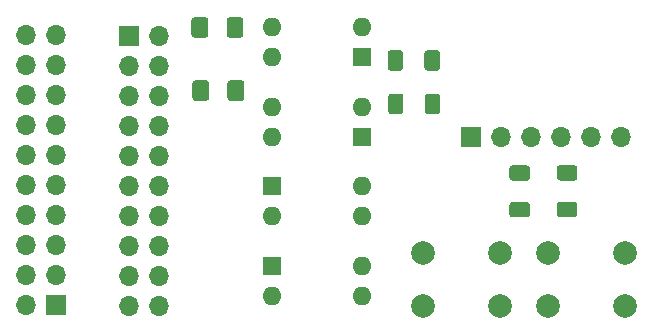
<source format=gbr>
%TF.GenerationSoftware,KiCad,Pcbnew,(5.1.12)-1*%
%TF.CreationDate,2021-12-28T12:25:46-06:00*%
%TF.ProjectId,iPiMI,6950694d-492e-46b6-9963-61645f706362,rev?*%
%TF.SameCoordinates,Original*%
%TF.FileFunction,Soldermask,Top*%
%TF.FilePolarity,Negative*%
%FSLAX46Y46*%
G04 Gerber Fmt 4.6, Leading zero omitted, Abs format (unit mm)*
G04 Created by KiCad (PCBNEW (5.1.12)-1) date 2021-12-28 12:25:46*
%MOMM*%
%LPD*%
G01*
G04 APERTURE LIST*
%ADD10R,1.600000X1.600000*%
%ADD11O,1.600000X1.600000*%
%ADD12C,2.000000*%
%ADD13R,1.700000X1.700000*%
%ADD14O,1.700000X1.700000*%
G04 APERTURE END LIST*
D10*
%TO.C,U4*%
X41100000Y-36000000D03*
D11*
X48720000Y-38540000D03*
X41100000Y-38540000D03*
X48720000Y-36000000D03*
%TD*%
D10*
%TO.C,U3*%
X41100000Y-29250000D03*
D11*
X48720000Y-31790000D03*
X41100000Y-31790000D03*
X48720000Y-29250000D03*
%TD*%
D10*
%TO.C,U2*%
X48700000Y-18300000D03*
D11*
X41080000Y-15760000D03*
X48700000Y-15760000D03*
X41080000Y-18300000D03*
%TD*%
D10*
%TO.C,U1*%
X48700000Y-25100000D03*
D11*
X41080000Y-22560000D03*
X48700000Y-22560000D03*
X41080000Y-25100000D03*
%TD*%
%TO.C,R5*%
G36*
G01*
X62702601Y-28792000D02*
X61452599Y-28792000D01*
G75*
G02*
X61202600Y-28542001I0J249999D01*
G01*
X61202600Y-27741999D01*
G75*
G02*
X61452599Y-27492000I249999J0D01*
G01*
X62702601Y-27492000D01*
G75*
G02*
X62952600Y-27741999I0J-249999D01*
G01*
X62952600Y-28542001D01*
G75*
G02*
X62702601Y-28792000I-249999J0D01*
G01*
G37*
G36*
G01*
X62702601Y-31892000D02*
X61452599Y-31892000D01*
G75*
G02*
X61202600Y-31642001I0J249999D01*
G01*
X61202600Y-30841999D01*
G75*
G02*
X61452599Y-30592000I249999J0D01*
G01*
X62702601Y-30592000D01*
G75*
G02*
X62952600Y-30841999I0J-249999D01*
G01*
X62952600Y-31642001D01*
G75*
G02*
X62702601Y-31892000I-249999J0D01*
G01*
G37*
%TD*%
%TO.C,R6*%
G36*
G01*
X66715801Y-28767200D02*
X65465799Y-28767200D01*
G75*
G02*
X65215800Y-28517201I0J249999D01*
G01*
X65215800Y-27717199D01*
G75*
G02*
X65465799Y-27467200I249999J0D01*
G01*
X66715801Y-27467200D01*
G75*
G02*
X66965800Y-27717199I0J-249999D01*
G01*
X66965800Y-28517201D01*
G75*
G02*
X66715801Y-28767200I-249999J0D01*
G01*
G37*
G36*
G01*
X66715801Y-31867200D02*
X65465799Y-31867200D01*
G75*
G02*
X65215800Y-31617201I0J249999D01*
G01*
X65215800Y-30817199D01*
G75*
G02*
X65465799Y-30567200I249999J0D01*
G01*
X66715801Y-30567200D01*
G75*
G02*
X66965800Y-30817199I0J-249999D01*
G01*
X66965800Y-31617201D01*
G75*
G02*
X66715801Y-31867200I-249999J0D01*
G01*
G37*
%TD*%
D12*
%TO.C,SW2*%
X60411500Y-34925000D03*
X60411500Y-39425000D03*
X53911500Y-34925000D03*
X53911500Y-39425000D03*
%TD*%
%TO.C,SW1*%
X71016000Y-34925000D03*
X71016000Y-39425000D03*
X64516000Y-34925000D03*
X64516000Y-39425000D03*
%TD*%
%TO.C,R2*%
G36*
G01*
X54012000Y-19230501D02*
X54012000Y-17980499D01*
G75*
G02*
X54261999Y-17730500I249999J0D01*
G01*
X55062001Y-17730500D01*
G75*
G02*
X55312000Y-17980499I0J-249999D01*
G01*
X55312000Y-19230501D01*
G75*
G02*
X55062001Y-19480500I-249999J0D01*
G01*
X54261999Y-19480500D01*
G75*
G02*
X54012000Y-19230501I0J249999D01*
G01*
G37*
G36*
G01*
X50912000Y-19230501D02*
X50912000Y-17980499D01*
G75*
G02*
X51161999Y-17730500I249999J0D01*
G01*
X51962001Y-17730500D01*
G75*
G02*
X52212000Y-17980499I0J-249999D01*
G01*
X52212000Y-19230501D01*
G75*
G02*
X51962001Y-19480500I-249999J0D01*
G01*
X51161999Y-19480500D01*
G75*
G02*
X50912000Y-19230501I0J249999D01*
G01*
G37*
%TD*%
%TO.C,R1*%
G36*
G01*
X54036800Y-22900801D02*
X54036800Y-21650799D01*
G75*
G02*
X54286799Y-21400800I249999J0D01*
G01*
X55086801Y-21400800D01*
G75*
G02*
X55336800Y-21650799I0J-249999D01*
G01*
X55336800Y-22900801D01*
G75*
G02*
X55086801Y-23150800I-249999J0D01*
G01*
X54286799Y-23150800D01*
G75*
G02*
X54036800Y-22900801I0J249999D01*
G01*
G37*
G36*
G01*
X50936800Y-22900801D02*
X50936800Y-21650799D01*
G75*
G02*
X51186799Y-21400800I249999J0D01*
G01*
X51986801Y-21400800D01*
G75*
G02*
X52236800Y-21650799I0J-249999D01*
G01*
X52236800Y-22900801D01*
G75*
G02*
X51986801Y-23150800I-249999J0D01*
G01*
X51186799Y-23150800D01*
G75*
G02*
X50936800Y-22900801I0J249999D01*
G01*
G37*
%TD*%
D13*
%TO.C,J3*%
X22783800Y-39319200D03*
D14*
X20243800Y-39319200D03*
X22783800Y-36779200D03*
X20243800Y-36779200D03*
X22783800Y-34239200D03*
X20243800Y-34239200D03*
X22783800Y-31699200D03*
X20243800Y-31699200D03*
X22783800Y-29159200D03*
X20243800Y-29159200D03*
X22783800Y-26619200D03*
X20243800Y-26619200D03*
X22783800Y-24079200D03*
X20243800Y-24079200D03*
X22783800Y-21539200D03*
X20243800Y-21539200D03*
X22783800Y-18999200D03*
X20243800Y-18999200D03*
X22783800Y-16459200D03*
X20243800Y-16459200D03*
%TD*%
%TO.C,J2*%
X70675500Y-25082500D03*
X68135500Y-25082500D03*
X65595500Y-25082500D03*
X63055500Y-25082500D03*
X60515500Y-25082500D03*
D13*
X57975500Y-25082500D03*
%TD*%
%TO.C,J1*%
X29015000Y-16500000D03*
D14*
X31555000Y-16500000D03*
X29015000Y-19040000D03*
X31555000Y-19040000D03*
X29015000Y-21580000D03*
X31555000Y-21580000D03*
X29015000Y-24120000D03*
X31555000Y-24120000D03*
X29015000Y-26660000D03*
X31555000Y-26660000D03*
X29015000Y-29200000D03*
X31555000Y-29200000D03*
X29015000Y-31740000D03*
X31555000Y-31740000D03*
X29015000Y-34280000D03*
X31555000Y-34280000D03*
X29015000Y-36820000D03*
X31555000Y-36820000D03*
X29015000Y-39360000D03*
X31555000Y-39360000D03*
%TD*%
%TO.C,D2*%
G36*
G01*
X35786700Y-20533200D02*
X35786700Y-21783200D01*
G75*
G02*
X35536700Y-22033200I-250000J0D01*
G01*
X34611700Y-22033200D01*
G75*
G02*
X34361700Y-21783200I0J250000D01*
G01*
X34361700Y-20533200D01*
G75*
G02*
X34611700Y-20283200I250000J0D01*
G01*
X35536700Y-20283200D01*
G75*
G02*
X35786700Y-20533200I0J-250000D01*
G01*
G37*
G36*
G01*
X38761700Y-20533200D02*
X38761700Y-21783200D01*
G75*
G02*
X38511700Y-22033200I-250000J0D01*
G01*
X37586700Y-22033200D01*
G75*
G02*
X37336700Y-21783200I0J250000D01*
G01*
X37336700Y-20533200D01*
G75*
G02*
X37586700Y-20283200I250000J0D01*
G01*
X38511700Y-20283200D01*
G75*
G02*
X38761700Y-20533200I0J-250000D01*
G01*
G37*
%TD*%
%TO.C,D1*%
G36*
G01*
X38685500Y-15186500D02*
X38685500Y-16436500D01*
G75*
G02*
X38435500Y-16686500I-250000J0D01*
G01*
X37510500Y-16686500D01*
G75*
G02*
X37260500Y-16436500I0J250000D01*
G01*
X37260500Y-15186500D01*
G75*
G02*
X37510500Y-14936500I250000J0D01*
G01*
X38435500Y-14936500D01*
G75*
G02*
X38685500Y-15186500I0J-250000D01*
G01*
G37*
G36*
G01*
X35710500Y-15186500D02*
X35710500Y-16436500D01*
G75*
G02*
X35460500Y-16686500I-250000J0D01*
G01*
X34535500Y-16686500D01*
G75*
G02*
X34285500Y-16436500I0J250000D01*
G01*
X34285500Y-15186500D01*
G75*
G02*
X34535500Y-14936500I250000J0D01*
G01*
X35460500Y-14936500D01*
G75*
G02*
X35710500Y-15186500I0J-250000D01*
G01*
G37*
%TD*%
M02*

</source>
